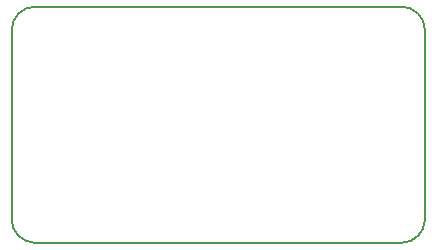
<source format=gbr>
G04 #@! TF.GenerationSoftware,KiCad,Pcbnew,(5.0.0)*
G04 #@! TF.CreationDate,2020-02-27T10:51:14+00:00*
G04 #@! TF.ProjectId,simpleJtag,73696D706C654A7461672E6B69636164,rev?*
G04 #@! TF.SameCoordinates,Original*
G04 #@! TF.FileFunction,Profile,NP*
%FSLAX46Y46*%
G04 Gerber Fmt 4.6, Leading zero omitted, Abs format (unit mm)*
G04 Created by KiCad (PCBNEW (5.0.0)) date 02/27/20 10:51:14*
%MOMM*%
%LPD*%
G01*
G04 APERTURE LIST*
%ADD10C,0.150000*%
%ADD11C,0.200000*%
G04 APERTURE END LIST*
D10*
X166000000Y-53000000D02*
G75*
G02X168000000Y-55000000I0J-2000000D01*
G01*
X168000000Y-71000000D02*
G75*
G02X166000000Y-73000000I-2000000J0D01*
G01*
X135000000Y-73000000D02*
G75*
G02X133000000Y-71000000I0J2000000D01*
G01*
X133000000Y-55000000D02*
G75*
G02X135000000Y-53000000I2000000J0D01*
G01*
X133000000Y-66500000D02*
X133000000Y-67000000D01*
D11*
X133000000Y-55000000D02*
X133000000Y-66500000D01*
X133000000Y-71000000D02*
X133000000Y-67000000D01*
X166000000Y-73000000D02*
X135000000Y-73000000D01*
X168000000Y-55000000D02*
X168000000Y-71000000D01*
X135000000Y-53000000D02*
X166000000Y-53000000D01*
M02*

</source>
